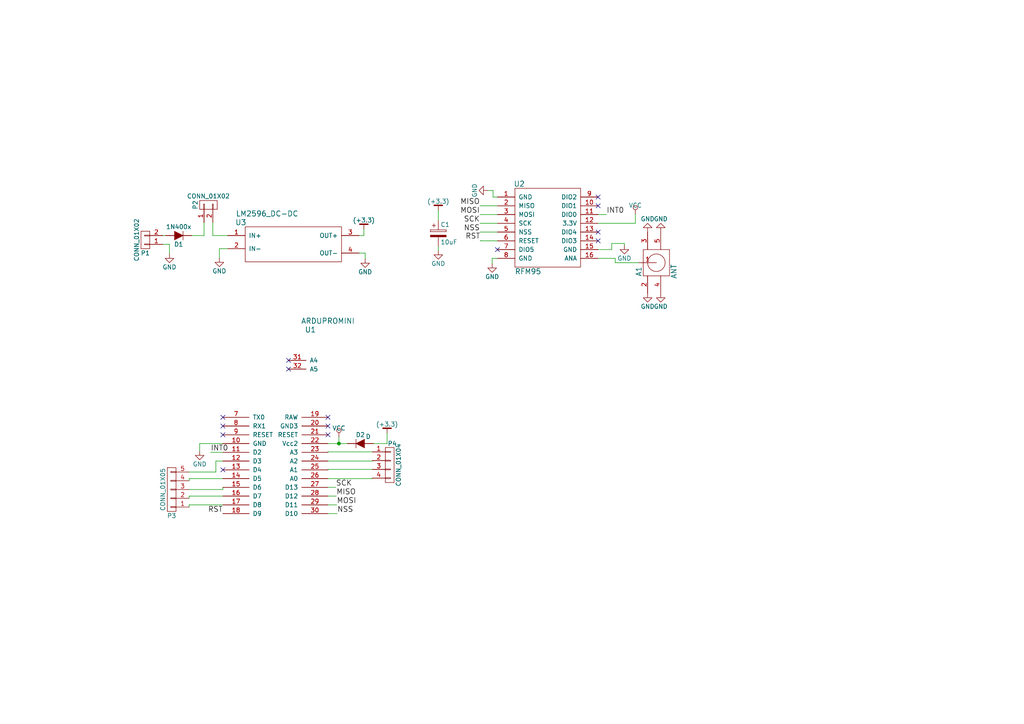
<source format=kicad_sch>
(kicad_sch (version 20230121) (generator eeschema)
  (paper "A4")
  (title_block (title "CatSat: Station") (date "2016-08-10") (rev "0.1") (company "Electronic Cats") (comment 1 "Eduardo Contreras"))
  (lib_symbols
    (symbol "GroundStation-rescue:(+3.3)" (power) (pin_names (offset 0))
      (property "Value" "(+3.3)" (at 0 2.54 0))
      (symbol "(+3.3)_0_1"
        (polyline (pts (xy 0 0.762) (xy 0 0)))
        (polyline (pts (xy 0 1.27) (xy 0 0.762)))
        (polyline (pts (xy -1.27 1.524) (xy 1.27 1.524) (xy 1.27 1.27) (xy -1.27 1.27) (xy -1.27 1.524)) (fill (type outline)))
      )
      (symbol "(+3.3)_1_1"
        (pin power_in line (at 0 0 90) (length 0) hide (name "(+3.3)") (number "1"))
      )
    )
    (symbol "GroundStation-rescue:ANT" (pin_names (offset 1.016))
      (property "Reference" "A" (at 6.35 10.16 0))
      (property "Value" "ANT" (at 6.35 0 0))
      (symbol "ANT_0_1"
        (rectangle (start 5.08 8.89) (end 12.7 1.27))
        (circle (center 8.89 5.08) (radius 2.54))
      )
      (symbol "ANT_1_1"
        (pin bidirectional line (at 8.89 10.16 270) (length 5.08) (name "~") (number "1"))
        (pin bidirectional line (at 0 7.62 0) (length 5.08) (name "~") (number "2"))
        (pin bidirectional line (at 17.78 7.62 180) (length 5.08) (name "~") (number "3"))
        (pin bidirectional line (at 0 3.81 0) (length 5.08) (name "~") (number "4"))
        (pin bidirectional line (at 17.78 3.81 180) (length 5.08) (name "~") (number "5"))
      )
    )
    (symbol "GroundStation-rescue:ARDUPROMINI" (pin_names (offset 1.016))
      (property "Reference" "uP" (at -5.08 -2.54 0))
      (property "Value" "ARDUPROMINI" (at 0 0 0))
      (symbol "ARDUPROMINI_1_1"
        (pin bidirectional line (at -30.48 -35.56 0) (length 7.62) (name "GND") (number "10"))
        (pin bidirectional line (at -30.48 -38.1 0) (length 7.62) (name "D2") (number "11"))
        (pin bidirectional line (at -30.48 -40.64 0) (length 7.62) (name "D3") (number "12"))
        (pin bidirectional line (at -30.48 -43.18 0) (length 7.62) (name "D4") (number "13"))
        (pin bidirectional line (at -30.48 -45.72 0) (length 7.62) (name "D5") (number "14"))
        (pin bidirectional line (at -30.48 -48.26 0) (length 7.62) (name "D6") (number "15"))
        (pin bidirectional line (at -30.48 -50.8 0) (length 7.62) (name "D7") (number "16"))
        (pin bidirectional line (at -30.48 -53.34 0) (length 7.62) (name "D8") (number "17"))
        (pin bidirectional line (at -30.48 -55.88 0) (length 7.62) (name "D9") (number "18"))
        (pin bidirectional line (at 0 -27.94 180) (length 7.62) (name "RAW") (number "19"))
        (pin bidirectional line (at 0 -30.48 180) (length 7.62) (name "GND3") (number "20"))
        (pin input line (at 0 -33.02 180) (length 7.62) (name "RESET") (number "21"))
        (pin bidirectional line (at 0 -35.56 180) (length 7.62) (name "Vcc2") (number "22"))
        (pin bidirectional line (at 0 -38.1 180) (length 7.62) (name "A3") (number "23"))
        (pin bidirectional line (at 0 -40.64 180) (length 7.62) (name "A2") (number "24"))
        (pin bidirectional line (at 0 -43.18 180) (length 7.62) (name "A1") (number "25"))
        (pin bidirectional line (at 0 -45.72 180) (length 7.62) (name "A0") (number "26"))
        (pin bidirectional line (at 0 -48.26 180) (length 7.62) (name "D13") (number "27"))
        (pin input line (at 0 -50.8 180) (length 7.62) (name "D12") (number "28"))
        (pin bidirectional line (at 0 -53.34 180) (length 7.62) (name "D11") (number "29"))
        (pin bidirectional line (at 0 -55.88 180) (length 7.62) (name "D10") (number "30"))
        (pin input line (at -11.43 -11.43 0) (length 5.08) (name "A4") (number "31"))
        (pin input line (at -11.43 -13.97 0) (length 5.08) (name "A5") (number "32"))
        (pin bidirectional line (at -30.48 -27.94 0) (length 7.62) (name "TX0") (number "7"))
        (pin bidirectional line (at -30.48 -30.48 0) (length 7.62) (name "RX1") (number "8"))
        (pin input line (at -30.48 -33.02 0) (length 7.62) (name "RESET") (number "9"))
      )
    )
    (symbol "GroundStation-rescue:CONN_01X02" (pin_names (offset 1.016) hide)
      (property "Reference" "P" (at 0 3.81 0))
      (property "Value" "CONN_01X02" (at 2.54 0 90))
      (symbol "CONN_01X02_0_1"
        (rectangle (start -1.27 -1.143) (end 0.254 -1.397))
        (rectangle (start -1.27 1.397) (end 0.254 1.143))
        (rectangle (start -1.27 2.54) (end 1.27 -2.54))
      )
      (symbol "CONN_01X02_1_1"
        (pin passive line (at -5.08 1.27 0) (length 3.81) (name "P1") (number "1"))
        (pin passive line (at -5.08 -1.27 0) (length 3.81) (name "P2") (number "2"))
      )
    )
    (symbol "GroundStation-rescue:CONN_01X04" (pin_names (offset 1.016) hide)
      (property "Reference" "P" (at 0 6.35 0))
      (property "Value" "CONN_01X04" (at 2.54 0 90))
      (symbol "CONN_01X04_0_1"
        (rectangle (start -1.27 -3.683) (end 0.254 -3.937))
        (rectangle (start -1.27 -1.143) (end 0.254 -1.397))
        (rectangle (start -1.27 1.397) (end 0.254 1.143))
        (rectangle (start -1.27 3.937) (end 0.254 3.683))
        (rectangle (start -1.27 5.08) (end 1.27 -5.08))
      )
      (symbol "CONN_01X04_1_1"
        (pin passive line (at -5.08 3.81 0) (length 3.81) (name "P1") (number "1"))
        (pin passive line (at -5.08 1.27 0) (length 3.81) (name "P2") (number "2"))
        (pin passive line (at -5.08 -1.27 0) (length 3.81) (name "P3") (number "3"))
        (pin passive line (at -5.08 -3.81 0) (length 3.81) (name "P4") (number "4"))
      )
    )
    (symbol "GroundStation-rescue:CONN_01X05" (pin_names (offset 1.016) hide)
      (property "Reference" "P" (at 0 7.62 0))
      (property "Value" "CONN_01X05" (at 2.54 0 90))
      (symbol "CONN_01X05_0_1"
        (rectangle (start -1.27 -4.953) (end 0.254 -5.207))
        (rectangle (start -1.27 -2.413) (end 0.254 -2.667))
        (rectangle (start -1.27 0.127) (end 0.254 -0.127))
        (rectangle (start -1.27 2.667) (end 0.254 2.413))
        (rectangle (start -1.27 5.207) (end 0.254 4.953))
        (rectangle (start -1.27 6.35) (end 1.27 -6.35))
      )
      (symbol "CONN_01X05_1_1"
        (pin passive line (at -5.08 5.08 0) (length 3.81) (name "P1") (number "1"))
        (pin passive line (at -5.08 2.54 0) (length 3.81) (name "P2") (number "2"))
        (pin passive line (at -5.08 0 0) (length 3.81) (name "P3") (number "3"))
        (pin passive line (at -5.08 -2.54 0) (length 3.81) (name "P4") (number "4"))
        (pin passive line (at -5.08 -5.08 0) (length 3.81) (name "P5") (number "5"))
      )
    )
    (symbol "GroundStation-rescue:CP" (pin_numbers hide) (pin_names (offset 0.254))
      (property "Reference" "C" (at 0.635 2.54 0))
      (property "Value" "CP" (at 0.635 -2.54 0))
      (symbol "CP_0_1"
        (rectangle (start -2.286 0.508) (end -2.286 1.016))
        (rectangle (start -2.286 0.508) (end 2.286 0.508))
        (polyline (pts (xy -1.778 2.286) (xy -0.762 2.286)))
        (polyline (pts (xy -1.27 2.794) (xy -1.27 1.778)))
        (rectangle (start 2.286 -0.508) (end -2.286 -1.016) (fill (type outline)))
        (rectangle (start 2.286 1.016) (end -2.286 1.016))
        (rectangle (start 2.286 1.016) (end 2.286 0.508))
      )
      (symbol "CP_1_1"
        (pin passive line (at 0 3.81 270) (length 2.794) (name "~") (number "1"))
        (pin passive line (at 0 -3.81 90) (length 2.794) (name "~") (number "2"))
      )
    )
    (symbol "GroundStation-rescue:D" (pin_numbers hide) (pin_names (offset 1.016) hide)
      (property "Reference" "D" (at 0 2.54 0))
      (property "Value" "D" (at 0 -2.54 0))
      (symbol "D_0_1"
        (polyline (pts (xy -1.27 1.27) (xy -1.27 -1.27)) (stroke (width 0.1524)))
        (polyline (pts (xy 1.27 1.27) (xy -1.27 0) (xy 1.27 -1.27)) (fill (type outline)))
      )
      (symbol "D_1_1"
        (pin passive line (at -3.81 0 0) (length 2.54) (name "K") (number "1"))
        (pin passive line (at 3.81 0 180) (length 2.54) (name "A") (number "2"))
      )
    )
    (symbol "GroundStation-rescue:GND" (power) (pin_names (offset 0))
      (property "Value" "GND" (at 0 -3.81 0))
      (symbol "GND_0_1"
        (polyline (pts (xy 0 0) (xy 0 -1.27) (xy 1.27 -1.27) (xy 0 -2.54) (xy -1.27 -1.27) (xy 0 -1.27)))
      )
      (symbol "GND_1_1"
        (pin power_in line (at 0 0 270) (length 0) hide (name "GND") (number "1"))
      )
    )
    (symbol "GroundStation-rescue:LM2596_DC-DC" (pin_names (offset 1.016))
      (property "Reference" "U" (at 0 0 0))
      (property "Value" "LM2596_DC-DC" (at 7.62 2.54 0))
      (symbol "LM2596_DC-DC_0_1"
        (rectangle (start 1.27 -1.27) (end 29.21 -11.43))
      )
      (symbol "LM2596_DC-DC_1_1"
        (pin input line (at -3.81 -3.81 0) (length 5.08) (name "IN+") (number "1"))
        (pin input line (at -3.81 -7.62 0) (length 5.08) (name "IN-") (number "2"))
        (pin input line (at 34.29 -3.81 180) (length 5.08) (name "OUT+") (number "3"))
        (pin input line (at 34.29 -8.89 180) (length 5.08) (name "OUT-") (number "4"))
      )
    )
    (symbol "GroundStation-rescue:RFM95" (pin_names (offset 1.016))
      (property "Reference" "U" (at -2.54 25.4 0))
      (property "Value" "RFM95" (at 0 0 0))
      (symbol "RFM95_0_1"
        (rectangle (start 15.24 24.13) (end -3.81 1.27))
      )
      (symbol "RFM95_1_1"
        (pin bidirectional line (at -8.89 21.59 0) (length 5.08) (name "GND") (number "1"))
        (pin bidirectional line (at 20.32 19.05 180) (length 5.08) (name "DIO1") (number "10"))
        (pin bidirectional line (at 20.32 16.51 180) (length 5.08) (name "DIO0") (number "11"))
        (pin power_in line (at 20.32 13.97 180) (length 5.08) (name "3.3V") (number "12"))
        (pin bidirectional line (at 20.32 11.43 180) (length 5.08) (name "DIO4") (number "13"))
        (pin input line (at 20.32 8.89 180) (length 5.08) (name "DIO3") (number "14"))
        (pin power_out line (at 20.32 6.35 180) (length 5.08) (name "GND") (number "15"))
        (pin bidirectional line (at 20.32 3.81 180) (length 5.08) (name "ANA") (number "16"))
        (pin bidirectional line (at -8.89 19.05 0) (length 5.08) (name "MISO") (number "2"))
        (pin bidirectional line (at -8.89 16.51 0) (length 5.08) (name "MOSI") (number "3"))
        (pin bidirectional line (at -8.89 13.97 0) (length 5.08) (name "SCK") (number "4"))
        (pin bidirectional line (at -8.89 11.43 0) (length 5.08) (name "NSS") (number "5"))
        (pin bidirectional line (at -8.89 8.89 0) (length 5.08) (name "RESET") (number "6"))
        (pin bidirectional line (at -8.89 6.35 0) (length 5.08) (name "DIO5") (number "7"))
        (pin bidirectional line (at -8.89 3.81 0) (length 5.08) (name "GND") (number "8"))
        (pin bidirectional line (at 20.32 21.59 180) (length 5.08) (name "DIO2") (number "9"))
      )
    )
    (symbol "GroundStation-rescue:VCC" (power) (pin_names (offset 0))
      (property "Value" "VCC" (at 0 3.81 0))
      (symbol "VCC_0_1"
        (polyline (pts (xy 0 0) (xy 0 1.27)))
        (circle (center 0 1.905) (radius 0.635))
      )
      (symbol "VCC_1_1"
        (pin power_in line (at 0 0 90) (length 0) hide (name "VCC") (number "1"))
      )
    )
  )
  (junction (at 98.298 128.651))
  (no_connect (at 173.482 67.31))
  (no_connect (at 83.693 104.521))
  (no_connect (at 144.272 72.39))
  (no_connect (at 64.643 123.571))
  (no_connect (at 95.123 126.111))
  (no_connect (at 95.123 121.031))
  (no_connect (at 173.482 59.69))
  (no_connect (at 83.693 107.061))
  (no_connect (at 64.643 121.031))
  (no_connect (at 64.643 136.271))
  (no_connect (at 95.123 123.571))
  (no_connect (at 173.482 69.85))
  (no_connect (at 64.643 126.111))
  (no_connect (at 173.482 57.15))
  (wire (pts (xy 173.482 62.23) (xy 175.895 62.23)))
  (wire (pts (xy 105.537 68.326) (xy 104.14 68.326)))
  (wire (pts (xy 49.149 73.66) (xy 49.149 70.866)))
  (wire (pts (xy 54.864 141.986) (xy 64.643 141.986)))
  (wire (pts (xy 95.123 148.971) (xy 97.79 148.971)))
  (wire (pts (xy 64.643 143.891) (xy 54.864 143.891)))
  (wire (pts (xy 112.268 128.651) (xy 112.268 125.603)))
  (wire (pts (xy 49.149 70.866) (xy 47.244 70.866)))
  (wire (pts (xy 181.102 70.612) (xy 177.419 70.612)))
  (wire (pts (xy 95.123 131.064) (xy 95.123 131.191)))
  (wire (pts (xy 64.643 146.431) (xy 54.864 146.431)))
  (wire (pts (xy 98.298 126.746) (xy 98.298 128.651)))
  (wire (pts (xy 105.537 68.326) (xy 105.537 66.421)))
  (wire (pts (xy 127.127 60.96) (xy 127.127 63.881)))
  (wire (pts (xy 61.722 64.516) (xy 61.722 68.326)))
  (wire (pts (xy 107.95 131.064) (xy 95.123 131.064)))
  (wire (pts (xy 59.182 68.326) (xy 55.626 68.326)))
  (wire (pts (xy 184.277 64.77) (xy 173.482 64.77)))
  (wire (pts (xy 143.002 57.15) (xy 143.002 55.245)))
  (wire (pts (xy 62.611 133.731) (xy 64.643 133.731)))
  (wire (pts (xy 173.482 74.93) (xy 178.435 74.93)))
  (wire (pts (xy 57.912 128.651) (xy 64.643 128.651)))
  (wire (pts (xy 178.435 74.93) (xy 178.435 76.2)))
  (wire (pts (xy 47.244 68.326) (xy 48.006 68.326)))
  (wire (pts (xy 95.123 143.891) (xy 97.536 143.891)))
  (wire (pts (xy 144.272 64.77) (xy 139.192 64.77)))
  (wire (pts (xy 63.627 74.803) (xy 63.627 72.136)))
  (wire (pts (xy 142.748 76.454) (xy 142.748 74.93)))
  (wire (pts (xy 105.918 73.406) (xy 105.918 75.057)))
  (wire (pts (xy 59.182 64.516) (xy 59.182 68.326)))
  (wire (pts (xy 185.293 76.2) (xy 178.435 76.2)))
  (wire (pts (xy 95.123 146.431) (xy 97.663 146.431)))
  (wire (pts (xy 57.912 128.651) (xy 57.912 130.81)))
  (wire (pts (xy 107.95 136.144) (xy 95.123 136.144)))
  (wire (pts (xy 64.643 131.191) (xy 61.087 131.191)))
  (wire (pts (xy 95.123 141.351) (xy 97.409 141.351)))
  (wire (pts (xy 95.123 128.651) (xy 98.298 128.651)))
  (wire (pts (xy 144.272 69.85) (xy 139.319 69.85)))
  (wire (pts (xy 104.14 73.406) (xy 105.918 73.406)))
  (wire (pts (xy 54.864 143.891) (xy 54.864 144.526)))
  (wire (pts (xy 54.864 138.811) (xy 54.864 139.446)))
  (wire (pts (xy 61.722 68.326) (xy 66.04 68.326)))
  (wire (pts (xy 143.002 55.245) (xy 141.478 55.245)))
  (wire (pts (xy 142.748 74.93) (xy 144.272 74.93)))
  (wire (pts (xy 107.95 138.811) (xy 107.95 138.684)))
  (wire (pts (xy 63.627 72.136) (xy 66.04 72.136)))
  (wire (pts (xy 107.95 133.731) (xy 107.95 133.604)))
  (wire (pts (xy 64.643 141.986) (xy 64.643 141.351)))
  (wire (pts (xy 127.127 71.501) (xy 127.127 72.644)))
  (wire (pts (xy 98.298 128.651) (xy 100.711 128.651)))
  (wire (pts (xy 95.123 136.144) (xy 95.123 136.271)))
  (wire (pts (xy 184.277 62.103) (xy 184.277 64.77)))
  (wire (pts (xy 181.102 71.12) (xy 181.102 70.612)))
  (wire (pts (xy 144.272 59.69) (xy 139.192 59.69)))
  (wire (pts (xy 177.419 70.612) (xy 177.419 72.39)))
  (wire (pts (xy 62.611 136.906) (xy 62.611 133.731)))
  (wire (pts (xy 177.419 72.39) (xy 173.482 72.39)))
  (wire (pts (xy 95.123 138.811) (xy 107.95 138.811)))
  (wire (pts (xy 54.864 146.431) (xy 54.864 147.066)))
  (wire (pts (xy 108.331 128.651) (xy 112.268 128.651)))
  (wire (pts (xy 144.272 62.23) (xy 139.192 62.23)))
  (wire (pts (xy 95.123 133.731) (xy 107.95 133.731)))
  (wire (pts (xy 144.272 57.15) (xy 143.002 57.15)))
  (wire (pts (xy 144.272 67.31) (xy 139.192 67.31)))
  (wire (pts (xy 64.643 138.811) (xy 54.864 138.811)))
  (wire (pts (xy 139.319 69.85) (xy 139.319 69.723)))
  (wire (pts (xy 54.864 136.906) (xy 62.611 136.906)))
  (label "SCK" (at 139.192 64.77 180) (effects (font (size 1.524 1.524))))
  (label "INT0" (at 61.087 131.191 0) (effects (font (size 1.524 1.524))))
  (label "MOSI" (at 139.192 62.23 180) (effects (font (size 1.524 1.524))))
  (label "RST" (at 139.319 69.723 180) (effects (font (size 1.524 1.524))))
  (label "NSS" (at 139.192 67.31 180) (effects (font (size 1.524 1.524))))
  (label "RST" (at 64.643 148.971 180) (effects (font (size 1.524 1.524))))
  (label "MISO" (at 139.192 59.69 180) (effects (font (size 1.524 1.524))))
  (label "NSS" (at 97.79 148.971 0) (effects (font (size 1.524 1.524))))
  (label "MISO" (at 97.536 143.891 0) (effects (font (size 1.524 1.524))))
  (label "MOSI" (at 97.663 146.431 0) (effects (font (size 1.524 1.524))))
  (label "INT0" (at 175.895 62.23 0) (effects (font (size 1.524 1.524))))
  (label "SCK" (at 97.409 141.351 0) (effects (font (size 1.524 1.524))))
  (symbol (lib_id "GroundStation-rescue:ARDUPROMINI") (at 95.123 93.091 0) (unit 1)
    (property "Reference" "U1" (at 90.043 95.631 0) (effects (font (size 1.524 1.524))))
    (property "Value" "ARDUPROMINI" (at 95.123 93.091 0) (effects (font (size 1.524 1.524))))
    (property "Footprint" "CatSat:arduinoMiniPro2" (effects hide))
  )
  (symbol (lib_id "GroundStation-rescue:RFM95") (at 153.162 78.74 0) (unit 1)
    (property "Reference" "U2" (at 150.622 53.34 0) (effects (font (size 1.524 1.524))))
    (property "Value" "RFM95" (at 153.162 78.74 0) (effects (font (size 1.524 1.524))))
    (property "Footprint" "CatSat:RFM" (effects hide))
  )
  (symbol (lib_id "GroundStation-rescue:ANT") (at 195.453 85.09 90) (unit 1)
    (property "Reference" "A1" (at 185.293 78.74 0) (effects (font (size 1.524 1.524))))
    (property "Value" "ANT" (at 195.453 78.74 0) (effects (font (size 1.524 1.524))))
    (property "Footprint" "smd:AMPHENOL_901-144" (effects hide))
  )
  (symbol (lib_id "GroundStation-rescue:CP") (at 127.127 67.691 0) (unit 1)
    (property "Reference" "C1" (at 127.762 65.151 0) (effects (justify left)))
    (property "Value" "10uF" (at 127.762 70.231 0) (effects (justify left)))
    (property "Footprint" "Capacitors_ThroughHole:C_Radial_D5_L6_P2.5" (effects hide))
  )
  (symbol (lib_id "GroundStation-rescue:CONN_01X02") (at 42.164 69.596 180) (unit 1)
    (property "Reference" "P1" (at 42.164 73.406 0))
    (property "Value" "CONN_01X02" (at 39.624 69.596 90))
    (property "Footprint" "Connect:bornier2" (effects hide))
  )
  (symbol (lib_id "GroundStation-rescue:D") (at 104.521 128.651 0) (unit 1)
    (property "Reference" "D2" (at 104.521 126.111 0))
    (property "Value" "D" (at 106.807 126.619 0))
    (property "Footprint" "Diodes_ThroughHole:Diode_DO-41_SOD81_Horizontal_RM10" (effects hide))
  )
  (symbol (lib_id "GroundStation-rescue:(+3.3)") (at 112.268 125.603 0) (unit 1)
    (property "Reference" "#PWR7" (effects hide))
    (property "Value" "(+3.3)" (at 112.268 123.063 0))
  )
  (symbol (lib_id "GroundStation-rescue:(+3.3)") (at 105.537 66.421 0) (unit 1)
    (property "Reference" "#PWR5" (effects hide))
    (property "Value" "(+3.3)" (at 105.537 63.881 0))
  )
  (symbol (lib_id "GroundStation-rescue:(+3.3)") (at 127.127 60.96 0) (unit 1)
    (property "Reference" "#PWR8" (effects hide))
    (property "Value" "(+3.3)" (at 127.127 58.42 0))
  )
  (symbol (lib_id "GroundStation-rescue:LM2596_DC-DC") (at 69.85 64.516 0) (unit 1)
    (property "Reference" "U3" (at 69.85 64.516 0) (effects (font (size 1.524 1.524))))
    (property "Value" "LM2596_DC-DC" (at 77.47 61.976 0) (effects (font (size 1.524 1.524))))
    (property "Footprint" "CatSat:LM2596DC-DC" (effects hide))
  )
  (symbol (lib_id "GroundStation-rescue:D") (at 51.816 68.326 180) (unit 1)
    (property "Reference" "D1" (at 51.816 70.866 0))
    (property "Value" "1N400x" (at 51.816 65.786 0))
    (property "Footprint" "Diodes_ThroughHole:Diode_DO-41_SOD81_Horizontal_RM10" (effects hide))
  )
  (symbol (lib_id "GroundStation-rescue:VCC") (at 98.298 126.746 0) (unit 1)
    (property "Reference" "#PWR4" (effects hide))
    (property "Value" "VCC" (at 98.298 124.206 0))
  )
  (symbol (lib_id "GroundStation-rescue:VCC") (at 184.277 62.103 0) (unit 1)
    (property "Reference" "#PWR13" (effects hide))
    (property "Value" "VCC" (at 184.277 59.563 0))
  )
  (symbol (lib_id "GroundStation-rescue:GND") (at 127.127 72.644 0) (unit 1)
    (property "Reference" "#PWR9" (effects hide))
    (property "Value" "GND" (at 127.127 76.454 0))
  )
  (symbol (lib_id "GroundStation-rescue:GND") (at 142.748 76.454 0) (unit 1)
    (property "Reference" "#PWR11" (effects hide))
    (property "Value" "GND" (at 142.748 80.264 0))
  )
  (symbol (lib_id "GroundStation-rescue:GND") (at 105.918 75.057 0) (unit 1)
    (property "Reference" "#PWR6" (effects hide))
    (property "Value" "GND" (at 105.918 78.867 0))
  )
  (symbol (lib_id "GroundStation-rescue:GND") (at 63.627 74.803 0) (unit 1)
    (property "Reference" "#PWR3" (effects hide))
    (property "Value" "GND" (at 63.627 78.613 0))
  )
  (symbol (lib_id "GroundStation-rescue:GND") (at 49.149 73.66 0) (unit 1)
    (property "Reference" "#PWR1" (effects hide))
    (property "Value" "GND" (at 49.149 77.47 0))
  )
  (symbol (lib_id "GroundStation-rescue:GND") (at 57.912 130.81 0) (unit 1)
    (property "Reference" "#PWR2" (effects hide))
    (property "Value" "GND" (at 57.912 134.62 0))
  )
  (symbol (lib_id "GroundStation-rescue:GND") (at 181.102 71.12 0) (unit 1)
    (property "Reference" "#PWR12" (effects hide))
    (property "Value" "GND" (at 181.102 74.93 0))
  )
  (symbol (lib_id "GroundStation-rescue:GND") (at 141.478 55.245 270) (unit 1)
    (property "Reference" "#PWR10" (effects hide))
    (property "Value" "GND" (at 137.668 55.245 0))
  )
  (symbol (lib_id "GroundStation-rescue:GND") (at 187.833 85.09 0) (unit 1)
    (property "Reference" "#PWR15" (effects hide))
    (property "Value" "GND" (at 187.833 88.9 0))
  )
  (symbol (lib_id "GroundStation-rescue:GND") (at 191.643 85.09 0) (unit 1)
    (property "Reference" "#PWR17" (effects hide))
    (property "Value" "GND" (at 191.643 88.9 0))
  )
  (symbol (lib_id "GroundStation-rescue:GND") (at 187.833 67.31 180) (unit 1)
    (property "Reference" "#PWR14" (effects hide))
    (property "Value" "GND" (at 187.833 63.5 0))
  )
  (symbol (lib_id "GroundStation-rescue:GND") (at 191.643 67.31 180) (unit 1)
    (property "Reference" "#PWR16" (effects hide))
    (property "Value" "GND" (at 191.643 63.5 0))
  )
  (symbol (lib_id "GroundStation-rescue:CONN_01X02") (at 60.452 59.436 90) (unit 1)
    (property "Reference" "P2" (at 56.642 59.436 0))
    (property "Value" "CONN_01X02" (at 60.452 56.896 90))
    (property "Footprint" "Pin_Headers:Pin_Header_Straight_1x02" (effects hide))
  )
  (symbol (lib_id "GroundStation-rescue:CONN_01X05") (at 49.784 141.986 180) (unit 1)
    (property "Reference" "P3" (at 49.784 149.606 0))
    (property "Value" "CONN_01X05" (at 47.244 141.986 90))
  )
  (symbol (lib_id "GroundStation-rescue:CONN_01X04") (at 113.03 134.874 0) (unit 1)
    (property "Reference" "P4" (at 113.792 128.651 0))
    (property "Value" "CONN_01X04" (at 115.57 134.874 90))
  )
)
</source>
